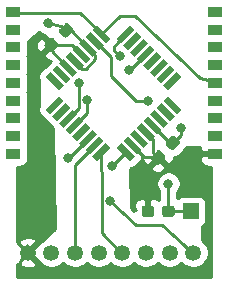
<source format=gtl>
%TF.GenerationSoftware,KiCad,Pcbnew,(5.1.5)-3*%
%TF.CreationDate,2020-01-27T22:23:03+01:00*%
%TF.ProjectId,HM-LC-Sw1-Pl-DN-R1_OBII,484d2d4c-432d-4537-9731-2d506c2d444e,rev?*%
%TF.SameCoordinates,Original*%
%TF.FileFunction,Copper,L1,Top*%
%TF.FilePolarity,Positive*%
%FSLAX46Y46*%
G04 Gerber Fmt 4.6, Leading zero omitted, Abs format (unit mm)*
G04 Created by KiCad (PCBNEW (5.1.5)-3) date 2020-01-27 22:23:03*
%MOMM*%
%LPD*%
G04 APERTURE LIST*
%ADD10R,1.350000X1.350000*%
%ADD11C,1.350000*%
%ADD12C,0.150000*%
%ADD13R,1.300000X0.900000*%
%ADD14C,0.800000*%
%ADD15C,0.250000*%
%ADD16C,0.254000*%
G04 APERTURE END LIST*
D10*
X155500000Y-97750000D03*
D11*
X155700000Y-101250000D03*
X141700000Y-101250000D03*
X143700000Y-101250000D03*
X145700000Y-101250000D03*
X147700000Y-101250000D03*
X149700000Y-101250000D03*
X151700000Y-101250000D03*
X153700000Y-101250000D03*
%TA.AperFunction,SMDPad,CuDef*%
D12*
G36*
X147164555Y-82393666D02*
G01*
X147553464Y-82004757D01*
X148684835Y-83136128D01*
X148295926Y-83525037D01*
X147164555Y-82393666D01*
G37*
%TD.AperFunction*%
%TA.AperFunction,SMDPad,CuDef*%
G36*
X146598870Y-82959352D02*
G01*
X146987779Y-82570443D01*
X148119150Y-83701814D01*
X147730241Y-84090723D01*
X146598870Y-82959352D01*
G37*
%TD.AperFunction*%
%TA.AperFunction,SMDPad,CuDef*%
G36*
X146033184Y-83525037D02*
G01*
X146422093Y-83136128D01*
X147553464Y-84267499D01*
X147164555Y-84656408D01*
X146033184Y-83525037D01*
G37*
%TD.AperFunction*%
%TA.AperFunction,SMDPad,CuDef*%
G36*
X145467499Y-84090722D02*
G01*
X145856408Y-83701813D01*
X146987779Y-84833184D01*
X146598870Y-85222093D01*
X145467499Y-84090722D01*
G37*
%TD.AperFunction*%
%TA.AperFunction,SMDPad,CuDef*%
G36*
X144901813Y-84656408D02*
G01*
X145290722Y-84267499D01*
X146422093Y-85398870D01*
X146033184Y-85787779D01*
X144901813Y-84656408D01*
G37*
%TD.AperFunction*%
%TA.AperFunction,SMDPad,CuDef*%
G36*
X144336128Y-85222093D02*
G01*
X144725037Y-84833184D01*
X145856408Y-85964555D01*
X145467499Y-86353464D01*
X144336128Y-85222093D01*
G37*
%TD.AperFunction*%
%TA.AperFunction,SMDPad,CuDef*%
G36*
X143770443Y-85787779D02*
G01*
X144159352Y-85398870D01*
X145290723Y-86530241D01*
X144901814Y-86919150D01*
X143770443Y-85787779D01*
G37*
%TD.AperFunction*%
%TA.AperFunction,SMDPad,CuDef*%
G36*
X143204757Y-86353464D02*
G01*
X143593666Y-85964555D01*
X144725037Y-87095926D01*
X144336128Y-87484835D01*
X143204757Y-86353464D01*
G37*
%TD.AperFunction*%
%TA.AperFunction,SMDPad,CuDef*%
G36*
X143593666Y-89535445D02*
G01*
X143204757Y-89146536D01*
X144336128Y-88015165D01*
X144725037Y-88404074D01*
X143593666Y-89535445D01*
G37*
%TD.AperFunction*%
%TA.AperFunction,SMDPad,CuDef*%
G36*
X144159352Y-90101130D02*
G01*
X143770443Y-89712221D01*
X144901814Y-88580850D01*
X145290723Y-88969759D01*
X144159352Y-90101130D01*
G37*
%TD.AperFunction*%
%TA.AperFunction,SMDPad,CuDef*%
G36*
X144725037Y-90666816D02*
G01*
X144336128Y-90277907D01*
X145467499Y-89146536D01*
X145856408Y-89535445D01*
X144725037Y-90666816D01*
G37*
%TD.AperFunction*%
%TA.AperFunction,SMDPad,CuDef*%
G36*
X145290722Y-91232501D02*
G01*
X144901813Y-90843592D01*
X146033184Y-89712221D01*
X146422093Y-90101130D01*
X145290722Y-91232501D01*
G37*
%TD.AperFunction*%
%TA.AperFunction,SMDPad,CuDef*%
G36*
X145856408Y-91798187D02*
G01*
X145467499Y-91409278D01*
X146598870Y-90277907D01*
X146987779Y-90666816D01*
X145856408Y-91798187D01*
G37*
%TD.AperFunction*%
%TA.AperFunction,SMDPad,CuDef*%
G36*
X146422093Y-92363872D02*
G01*
X146033184Y-91974963D01*
X147164555Y-90843592D01*
X147553464Y-91232501D01*
X146422093Y-92363872D01*
G37*
%TD.AperFunction*%
%TA.AperFunction,SMDPad,CuDef*%
G36*
X146987779Y-92929557D02*
G01*
X146598870Y-92540648D01*
X147730241Y-91409277D01*
X148119150Y-91798186D01*
X146987779Y-92929557D01*
G37*
%TD.AperFunction*%
%TA.AperFunction,SMDPad,CuDef*%
G36*
X147553464Y-93495243D02*
G01*
X147164555Y-93106334D01*
X148295926Y-91974963D01*
X148684835Y-92363872D01*
X147553464Y-93495243D01*
G37*
%TD.AperFunction*%
%TA.AperFunction,SMDPad,CuDef*%
G36*
X149215165Y-92363872D02*
G01*
X149604074Y-91974963D01*
X150735445Y-93106334D01*
X150346536Y-93495243D01*
X149215165Y-92363872D01*
G37*
%TD.AperFunction*%
%TA.AperFunction,SMDPad,CuDef*%
G36*
X149780850Y-91798186D02*
G01*
X150169759Y-91409277D01*
X151301130Y-92540648D01*
X150912221Y-92929557D01*
X149780850Y-91798186D01*
G37*
%TD.AperFunction*%
%TA.AperFunction,SMDPad,CuDef*%
G36*
X150346536Y-91232501D02*
G01*
X150735445Y-90843592D01*
X151866816Y-91974963D01*
X151477907Y-92363872D01*
X150346536Y-91232501D01*
G37*
%TD.AperFunction*%
%TA.AperFunction,SMDPad,CuDef*%
G36*
X150912221Y-90666816D02*
G01*
X151301130Y-90277907D01*
X152432501Y-91409278D01*
X152043592Y-91798187D01*
X150912221Y-90666816D01*
G37*
%TD.AperFunction*%
%TA.AperFunction,SMDPad,CuDef*%
G36*
X151477907Y-90101130D02*
G01*
X151866816Y-89712221D01*
X152998187Y-90843592D01*
X152609278Y-91232501D01*
X151477907Y-90101130D01*
G37*
%TD.AperFunction*%
%TA.AperFunction,SMDPad,CuDef*%
G36*
X152043592Y-89535445D02*
G01*
X152432501Y-89146536D01*
X153563872Y-90277907D01*
X153174963Y-90666816D01*
X152043592Y-89535445D01*
G37*
%TD.AperFunction*%
%TA.AperFunction,SMDPad,CuDef*%
G36*
X152609277Y-88969759D02*
G01*
X152998186Y-88580850D01*
X154129557Y-89712221D01*
X153740648Y-90101130D01*
X152609277Y-88969759D01*
G37*
%TD.AperFunction*%
%TA.AperFunction,SMDPad,CuDef*%
G36*
X153174963Y-88404074D02*
G01*
X153563872Y-88015165D01*
X154695243Y-89146536D01*
X154306334Y-89535445D01*
X153174963Y-88404074D01*
G37*
%TD.AperFunction*%
%TA.AperFunction,SMDPad,CuDef*%
G36*
X153563872Y-87484835D02*
G01*
X153174963Y-87095926D01*
X154306334Y-85964555D01*
X154695243Y-86353464D01*
X153563872Y-87484835D01*
G37*
%TD.AperFunction*%
%TA.AperFunction,SMDPad,CuDef*%
G36*
X152998186Y-86919150D02*
G01*
X152609277Y-86530241D01*
X153740648Y-85398870D01*
X154129557Y-85787779D01*
X152998186Y-86919150D01*
G37*
%TD.AperFunction*%
%TA.AperFunction,SMDPad,CuDef*%
G36*
X152432501Y-86353464D02*
G01*
X152043592Y-85964555D01*
X153174963Y-84833184D01*
X153563872Y-85222093D01*
X152432501Y-86353464D01*
G37*
%TD.AperFunction*%
%TA.AperFunction,SMDPad,CuDef*%
G36*
X151866816Y-85787779D02*
G01*
X151477907Y-85398870D01*
X152609278Y-84267499D01*
X152998187Y-84656408D01*
X151866816Y-85787779D01*
G37*
%TD.AperFunction*%
%TA.AperFunction,SMDPad,CuDef*%
G36*
X151301130Y-85222093D02*
G01*
X150912221Y-84833184D01*
X152043592Y-83701813D01*
X152432501Y-84090722D01*
X151301130Y-85222093D01*
G37*
%TD.AperFunction*%
%TA.AperFunction,SMDPad,CuDef*%
G36*
X150735445Y-84656408D02*
G01*
X150346536Y-84267499D01*
X151477907Y-83136128D01*
X151866816Y-83525037D01*
X150735445Y-84656408D01*
G37*
%TD.AperFunction*%
%TA.AperFunction,SMDPad,CuDef*%
G36*
X150169759Y-84090723D02*
G01*
X149780850Y-83701814D01*
X150912221Y-82570443D01*
X151301130Y-82959352D01*
X150169759Y-84090723D01*
G37*
%TD.AperFunction*%
%TA.AperFunction,SMDPad,CuDef*%
G36*
X149604074Y-83525037D02*
G01*
X149215165Y-83136128D01*
X150346536Y-82004757D01*
X150735445Y-82393666D01*
X149604074Y-83525037D01*
G37*
%TD.AperFunction*%
%TA.AperFunction,SMDPad,CuDef*%
G36*
X145002352Y-81823695D02*
G01*
X145025407Y-81827114D01*
X145048016Y-81832778D01*
X145069960Y-81840630D01*
X145091030Y-81850595D01*
X145111021Y-81862577D01*
X145129741Y-81876461D01*
X145147011Y-81892113D01*
X145482887Y-82227989D01*
X145498539Y-82245259D01*
X145512423Y-82263979D01*
X145524405Y-82283970D01*
X145534370Y-82305040D01*
X145542222Y-82326984D01*
X145547886Y-82349593D01*
X145551305Y-82372648D01*
X145552449Y-82395927D01*
X145551305Y-82419206D01*
X145547886Y-82442261D01*
X145542222Y-82464870D01*
X145534370Y-82486814D01*
X145524405Y-82507884D01*
X145512423Y-82527875D01*
X145498539Y-82546595D01*
X145482887Y-82563865D01*
X145076301Y-82970451D01*
X145059031Y-82986103D01*
X145040311Y-82999987D01*
X145020320Y-83011969D01*
X144999250Y-83021934D01*
X144977306Y-83029786D01*
X144954697Y-83035450D01*
X144931642Y-83038869D01*
X144908363Y-83040013D01*
X144885084Y-83038869D01*
X144862029Y-83035450D01*
X144839420Y-83029786D01*
X144817476Y-83021934D01*
X144796406Y-83011969D01*
X144776415Y-82999987D01*
X144757695Y-82986103D01*
X144740425Y-82970451D01*
X144404549Y-82634575D01*
X144388897Y-82617305D01*
X144375013Y-82598585D01*
X144363031Y-82578594D01*
X144353066Y-82557524D01*
X144345214Y-82535580D01*
X144339550Y-82512971D01*
X144336131Y-82489916D01*
X144334987Y-82466637D01*
X144336131Y-82443358D01*
X144339550Y-82420303D01*
X144345214Y-82397694D01*
X144353066Y-82375750D01*
X144363031Y-82354680D01*
X144375013Y-82334689D01*
X144388897Y-82315969D01*
X144404549Y-82298699D01*
X144811135Y-81892113D01*
X144828405Y-81876461D01*
X144847125Y-81862577D01*
X144867116Y-81850595D01*
X144888186Y-81840630D01*
X144910130Y-81832778D01*
X144932739Y-81827114D01*
X144955794Y-81823695D01*
X144979073Y-81822551D01*
X145002352Y-81823695D01*
G37*
%TD.AperFunction*%
%TA.AperFunction,SMDPad,CuDef*%
G36*
X143764916Y-83061131D02*
G01*
X143787971Y-83064550D01*
X143810580Y-83070214D01*
X143832524Y-83078066D01*
X143853594Y-83088031D01*
X143873585Y-83100013D01*
X143892305Y-83113897D01*
X143909575Y-83129549D01*
X144245451Y-83465425D01*
X144261103Y-83482695D01*
X144274987Y-83501415D01*
X144286969Y-83521406D01*
X144296934Y-83542476D01*
X144304786Y-83564420D01*
X144310450Y-83587029D01*
X144313869Y-83610084D01*
X144315013Y-83633363D01*
X144313869Y-83656642D01*
X144310450Y-83679697D01*
X144304786Y-83702306D01*
X144296934Y-83724250D01*
X144286969Y-83745320D01*
X144274987Y-83765311D01*
X144261103Y-83784031D01*
X144245451Y-83801301D01*
X143838865Y-84207887D01*
X143821595Y-84223539D01*
X143802875Y-84237423D01*
X143782884Y-84249405D01*
X143761814Y-84259370D01*
X143739870Y-84267222D01*
X143717261Y-84272886D01*
X143694206Y-84276305D01*
X143670927Y-84277449D01*
X143647648Y-84276305D01*
X143624593Y-84272886D01*
X143601984Y-84267222D01*
X143580040Y-84259370D01*
X143558970Y-84249405D01*
X143538979Y-84237423D01*
X143520259Y-84223539D01*
X143502989Y-84207887D01*
X143167113Y-83872011D01*
X143151461Y-83854741D01*
X143137577Y-83836021D01*
X143125595Y-83816030D01*
X143115630Y-83794960D01*
X143107778Y-83773016D01*
X143102114Y-83750407D01*
X143098695Y-83727352D01*
X143097551Y-83704073D01*
X143098695Y-83680794D01*
X143102114Y-83657739D01*
X143107778Y-83635130D01*
X143115630Y-83613186D01*
X143125595Y-83592116D01*
X143137577Y-83572125D01*
X143151461Y-83553405D01*
X143167113Y-83536135D01*
X143573699Y-83129549D01*
X143590969Y-83113897D01*
X143609689Y-83100013D01*
X143629680Y-83088031D01*
X143650750Y-83078066D01*
X143672694Y-83070214D01*
X143695303Y-83064550D01*
X143718358Y-83061131D01*
X143741637Y-83059987D01*
X143764916Y-83061131D01*
G37*
%TD.AperFunction*%
%TA.AperFunction,SMDPad,CuDef*%
G36*
X152789916Y-92586131D02*
G01*
X152812971Y-92589550D01*
X152835580Y-92595214D01*
X152857524Y-92603066D01*
X152878594Y-92613031D01*
X152898585Y-92625013D01*
X152917305Y-92638897D01*
X152934575Y-92654549D01*
X153270451Y-92990425D01*
X153286103Y-93007695D01*
X153299987Y-93026415D01*
X153311969Y-93046406D01*
X153321934Y-93067476D01*
X153329786Y-93089420D01*
X153335450Y-93112029D01*
X153338869Y-93135084D01*
X153340013Y-93158363D01*
X153338869Y-93181642D01*
X153335450Y-93204697D01*
X153329786Y-93227306D01*
X153321934Y-93249250D01*
X153311969Y-93270320D01*
X153299987Y-93290311D01*
X153286103Y-93309031D01*
X153270451Y-93326301D01*
X152863865Y-93732887D01*
X152846595Y-93748539D01*
X152827875Y-93762423D01*
X152807884Y-93774405D01*
X152786814Y-93784370D01*
X152764870Y-93792222D01*
X152742261Y-93797886D01*
X152719206Y-93801305D01*
X152695927Y-93802449D01*
X152672648Y-93801305D01*
X152649593Y-93797886D01*
X152626984Y-93792222D01*
X152605040Y-93784370D01*
X152583970Y-93774405D01*
X152563979Y-93762423D01*
X152545259Y-93748539D01*
X152527989Y-93732887D01*
X152192113Y-93397011D01*
X152176461Y-93379741D01*
X152162577Y-93361021D01*
X152150595Y-93341030D01*
X152140630Y-93319960D01*
X152132778Y-93298016D01*
X152127114Y-93275407D01*
X152123695Y-93252352D01*
X152122551Y-93229073D01*
X152123695Y-93205794D01*
X152127114Y-93182739D01*
X152132778Y-93160130D01*
X152140630Y-93138186D01*
X152150595Y-93117116D01*
X152162577Y-93097125D01*
X152176461Y-93078405D01*
X152192113Y-93061135D01*
X152598699Y-92654549D01*
X152615969Y-92638897D01*
X152634689Y-92625013D01*
X152654680Y-92613031D01*
X152675750Y-92603066D01*
X152697694Y-92595214D01*
X152720303Y-92589550D01*
X152743358Y-92586131D01*
X152766637Y-92584987D01*
X152789916Y-92586131D01*
G37*
%TD.AperFunction*%
%TA.AperFunction,SMDPad,CuDef*%
G36*
X154027352Y-91348695D02*
G01*
X154050407Y-91352114D01*
X154073016Y-91357778D01*
X154094960Y-91365630D01*
X154116030Y-91375595D01*
X154136021Y-91387577D01*
X154154741Y-91401461D01*
X154172011Y-91417113D01*
X154507887Y-91752989D01*
X154523539Y-91770259D01*
X154537423Y-91788979D01*
X154549405Y-91808970D01*
X154559370Y-91830040D01*
X154567222Y-91851984D01*
X154572886Y-91874593D01*
X154576305Y-91897648D01*
X154577449Y-91920927D01*
X154576305Y-91944206D01*
X154572886Y-91967261D01*
X154567222Y-91989870D01*
X154559370Y-92011814D01*
X154549405Y-92032884D01*
X154537423Y-92052875D01*
X154523539Y-92071595D01*
X154507887Y-92088865D01*
X154101301Y-92495451D01*
X154084031Y-92511103D01*
X154065311Y-92524987D01*
X154045320Y-92536969D01*
X154024250Y-92546934D01*
X154002306Y-92554786D01*
X153979697Y-92560450D01*
X153956642Y-92563869D01*
X153933363Y-92565013D01*
X153910084Y-92563869D01*
X153887029Y-92560450D01*
X153864420Y-92554786D01*
X153842476Y-92546934D01*
X153821406Y-92536969D01*
X153801415Y-92524987D01*
X153782695Y-92511103D01*
X153765425Y-92495451D01*
X153429549Y-92159575D01*
X153413897Y-92142305D01*
X153400013Y-92123585D01*
X153388031Y-92103594D01*
X153378066Y-92082524D01*
X153370214Y-92060580D01*
X153364550Y-92037971D01*
X153361131Y-92014916D01*
X153359987Y-91991637D01*
X153361131Y-91968358D01*
X153364550Y-91945303D01*
X153370214Y-91922694D01*
X153378066Y-91900750D01*
X153388031Y-91879680D01*
X153400013Y-91859689D01*
X153413897Y-91840969D01*
X153429549Y-91823699D01*
X153836135Y-91417113D01*
X153853405Y-91401461D01*
X153872125Y-91387577D01*
X153892116Y-91375595D01*
X153913186Y-91365630D01*
X153935130Y-91357778D01*
X153957739Y-91352114D01*
X153980794Y-91348695D01*
X154004073Y-91347551D01*
X154027352Y-91348695D01*
G37*
%TD.AperFunction*%
%TA.AperFunction,SMDPad,CuDef*%
G36*
X152160779Y-97276144D02*
G01*
X152183834Y-97279563D01*
X152206443Y-97285227D01*
X152228387Y-97293079D01*
X152249457Y-97303044D01*
X152269448Y-97315026D01*
X152288168Y-97328910D01*
X152305438Y-97344562D01*
X152321090Y-97361832D01*
X152334974Y-97380552D01*
X152346956Y-97400543D01*
X152356921Y-97421613D01*
X152364773Y-97443557D01*
X152370437Y-97466166D01*
X152373856Y-97489221D01*
X152375000Y-97512500D01*
X152375000Y-97987500D01*
X152373856Y-98010779D01*
X152370437Y-98033834D01*
X152364773Y-98056443D01*
X152356921Y-98078387D01*
X152346956Y-98099457D01*
X152334974Y-98119448D01*
X152321090Y-98138168D01*
X152305438Y-98155438D01*
X152288168Y-98171090D01*
X152269448Y-98184974D01*
X152249457Y-98196956D01*
X152228387Y-98206921D01*
X152206443Y-98214773D01*
X152183834Y-98220437D01*
X152160779Y-98223856D01*
X152137500Y-98225000D01*
X151562500Y-98225000D01*
X151539221Y-98223856D01*
X151516166Y-98220437D01*
X151493557Y-98214773D01*
X151471613Y-98206921D01*
X151450543Y-98196956D01*
X151430552Y-98184974D01*
X151411832Y-98171090D01*
X151394562Y-98155438D01*
X151378910Y-98138168D01*
X151365026Y-98119448D01*
X151353044Y-98099457D01*
X151343079Y-98078387D01*
X151335227Y-98056443D01*
X151329563Y-98033834D01*
X151326144Y-98010779D01*
X151325000Y-97987500D01*
X151325000Y-97512500D01*
X151326144Y-97489221D01*
X151329563Y-97466166D01*
X151335227Y-97443557D01*
X151343079Y-97421613D01*
X151353044Y-97400543D01*
X151365026Y-97380552D01*
X151378910Y-97361832D01*
X151394562Y-97344562D01*
X151411832Y-97328910D01*
X151430552Y-97315026D01*
X151450543Y-97303044D01*
X151471613Y-97293079D01*
X151493557Y-97285227D01*
X151516166Y-97279563D01*
X151539221Y-97276144D01*
X151562500Y-97275000D01*
X152137500Y-97275000D01*
X152160779Y-97276144D01*
G37*
%TD.AperFunction*%
%TA.AperFunction,SMDPad,CuDef*%
G36*
X153910779Y-97276144D02*
G01*
X153933834Y-97279563D01*
X153956443Y-97285227D01*
X153978387Y-97293079D01*
X153999457Y-97303044D01*
X154019448Y-97315026D01*
X154038168Y-97328910D01*
X154055438Y-97344562D01*
X154071090Y-97361832D01*
X154084974Y-97380552D01*
X154096956Y-97400543D01*
X154106921Y-97421613D01*
X154114773Y-97443557D01*
X154120437Y-97466166D01*
X154123856Y-97489221D01*
X154125000Y-97512500D01*
X154125000Y-97987500D01*
X154123856Y-98010779D01*
X154120437Y-98033834D01*
X154114773Y-98056443D01*
X154106921Y-98078387D01*
X154096956Y-98099457D01*
X154084974Y-98119448D01*
X154071090Y-98138168D01*
X154055438Y-98155438D01*
X154038168Y-98171090D01*
X154019448Y-98184974D01*
X153999457Y-98196956D01*
X153978387Y-98206921D01*
X153956443Y-98214773D01*
X153933834Y-98220437D01*
X153910779Y-98223856D01*
X153887500Y-98225000D01*
X153312500Y-98225000D01*
X153289221Y-98223856D01*
X153266166Y-98220437D01*
X153243557Y-98214773D01*
X153221613Y-98206921D01*
X153200543Y-98196956D01*
X153180552Y-98184974D01*
X153161832Y-98171090D01*
X153144562Y-98155438D01*
X153128910Y-98138168D01*
X153115026Y-98119448D01*
X153103044Y-98099457D01*
X153093079Y-98078387D01*
X153085227Y-98056443D01*
X153079563Y-98033834D01*
X153076144Y-98010779D01*
X153075000Y-97987500D01*
X153075000Y-97512500D01*
X153076144Y-97489221D01*
X153079563Y-97466166D01*
X153085227Y-97443557D01*
X153093079Y-97421613D01*
X153103044Y-97400543D01*
X153115026Y-97380552D01*
X153128910Y-97361832D01*
X153144562Y-97344562D01*
X153161832Y-97328910D01*
X153180552Y-97315026D01*
X153200543Y-97303044D01*
X153221613Y-97293079D01*
X153243557Y-97285227D01*
X153266166Y-97279563D01*
X153289221Y-97276144D01*
X153312500Y-97275000D01*
X153887500Y-97275000D01*
X153910779Y-97276144D01*
G37*
%TD.AperFunction*%
D13*
X157545000Y-92875000D03*
X157545000Y-91375000D03*
X157545000Y-89875000D03*
X157545000Y-88375000D03*
X157545000Y-86875000D03*
X157545000Y-85375000D03*
X157545000Y-83875000D03*
X157545000Y-82375000D03*
X157545000Y-80875000D03*
X140465000Y-92875000D03*
X140465000Y-91375000D03*
X140465000Y-89875000D03*
X140465000Y-88375000D03*
X140455000Y-86875000D03*
X140455000Y-85375000D03*
X140455000Y-83875000D03*
X140455000Y-82375000D03*
X140465000Y-80875000D03*
D14*
X148700000Y-96850000D03*
X145100000Y-93250000D03*
X148800000Y-93900000D03*
X149500000Y-84600000D03*
X143425000Y-81850000D03*
X154650000Y-90700000D03*
X153600000Y-95400000D03*
X150300000Y-85750000D03*
X146700000Y-88350000D03*
X151900000Y-88400000D03*
X146000000Y-86900000D03*
D15*
X148700000Y-96850000D02*
X148700000Y-96850000D01*
X145147056Y-93250000D02*
X146793324Y-91603732D01*
X145100000Y-93250000D02*
X145147056Y-93250000D01*
X150850000Y-98900000D02*
X148700000Y-96850000D01*
X153100000Y-98900000D02*
X150850000Y-98900000D01*
X154924991Y-100575001D02*
X153100000Y-98900000D01*
X154925001Y-100575001D02*
X154924991Y-100575001D01*
X155600000Y-101250000D02*
X154925001Y-100575001D01*
X155700000Y-101250000D02*
X155600000Y-101250000D01*
X145700000Y-100050000D02*
X145700000Y-101250000D01*
X147359010Y-92169417D02*
X145700000Y-93800000D01*
X145700000Y-93800000D02*
X145700000Y-100050000D01*
X147950000Y-96000000D02*
X147924695Y-92735103D01*
X147950000Y-98800000D02*
X147950000Y-98550000D01*
X147950000Y-98550000D02*
X147950000Y-96000000D01*
X147950000Y-99600000D02*
X147950000Y-98550000D01*
X149600000Y-101250000D02*
X147950000Y-99600000D01*
X149700000Y-101250000D02*
X149600000Y-101250000D01*
X149975305Y-92735103D02*
X149710141Y-93000267D01*
X149710141Y-93000267D02*
X149699733Y-93000267D01*
X148810408Y-93900000D02*
X149975305Y-92735103D01*
X148800000Y-93900000D02*
X148810408Y-93900000D01*
X149338910Y-83401292D02*
X149975305Y-82764897D01*
X149000000Y-83800000D02*
X149338910Y-83401292D01*
X149500000Y-84600000D02*
X149000000Y-84150000D01*
X149000000Y-84150000D02*
X149000000Y-83800000D01*
X145328338Y-82431282D02*
X146793324Y-83896268D01*
X144943718Y-82431282D02*
X145328338Y-82431282D01*
X147429719Y-84532663D02*
X146793324Y-83896268D01*
X147429719Y-84850879D02*
X147429719Y-84532663D01*
X146616564Y-85664034D02*
X147429719Y-84850879D01*
X146298348Y-85664034D02*
X146616564Y-85664034D01*
X145661953Y-85027639D02*
X146298348Y-85664034D01*
X144537132Y-82024696D02*
X143425000Y-81850000D01*
X144943718Y-82431282D02*
X144537132Y-82024696D01*
X143599696Y-82024696D02*
X143425000Y-81850000D01*
X143425000Y-81850000D02*
X143599696Y-82024696D01*
X154650000Y-91275000D02*
X153968718Y-91956282D01*
X154650000Y-90700000D02*
X154650000Y-91275000D01*
X153721968Y-91956282D02*
X152238047Y-90472361D01*
X153968718Y-91956282D02*
X153721968Y-91956282D01*
X143875000Y-100975000D02*
X143600000Y-101250000D01*
X145434404Y-83668718D02*
X143706282Y-83668718D01*
X146227639Y-84461953D02*
X145434404Y-83668718D01*
X143706282Y-84203338D02*
X143706282Y-83668718D01*
X145096268Y-85593324D02*
X143706282Y-84203338D01*
X152308756Y-91674442D02*
X151672361Y-91038047D01*
X152324696Y-91690382D02*
X152308756Y-91674442D01*
X152324696Y-92787132D02*
X152324696Y-91690382D01*
X152731282Y-93193718D02*
X152324696Y-92787132D01*
X151565291Y-93193718D02*
X150540990Y-92169417D01*
X152731282Y-93193718D02*
X151565291Y-93193718D01*
X141600000Y-101250000D02*
X141600000Y-100600000D01*
X141025001Y-101924999D02*
X141025001Y-102274999D01*
X141025001Y-101924999D02*
X141700000Y-101250000D01*
X140800000Y-100350000D02*
X141700000Y-101250000D01*
X141700000Y-101250000D02*
X141025001Y-100574999D01*
X153600000Y-97750000D02*
X155950000Y-97750000D01*
X153600000Y-97750000D02*
X153600000Y-97175000D01*
X153600000Y-97175000D02*
X153600000Y-95400000D01*
X153600000Y-95400000D02*
X153600000Y-95400000D01*
X150384314Y-85750000D02*
X151672361Y-84461953D01*
X150300000Y-85750000D02*
X150384314Y-85750000D01*
X145661953Y-90472361D02*
X146700000Y-89434314D01*
X146700000Y-89434314D02*
X146700000Y-88350000D01*
X146700000Y-88350000D02*
X146700000Y-88350000D01*
X140400010Y-80975000D02*
X140525000Y-80975000D01*
X146100000Y-80975000D02*
X140400010Y-80975000D01*
X147924695Y-82764897D02*
X147550000Y-82350000D01*
X147550000Y-82350000D02*
X146100000Y-80975000D01*
X149500000Y-81200000D02*
X150750000Y-81200000D01*
X147924695Y-82764897D02*
X149500000Y-81200000D01*
X150750000Y-81200000D02*
X156300000Y-86500000D01*
X156300000Y-86500000D02*
X157945000Y-86875000D01*
X150850000Y-88400000D02*
X150850000Y-88400000D01*
X150850000Y-88400000D02*
X151900000Y-88400000D01*
X148750000Y-86300000D02*
X150850000Y-88400000D01*
X147359010Y-83330583D02*
X148750000Y-84700000D01*
X148750000Y-84700000D02*
X148750000Y-86300000D01*
X146000000Y-87350000D02*
X146000000Y-87350000D01*
X146000000Y-89002944D02*
X145096268Y-89906676D01*
X146000000Y-86900000D02*
X146000000Y-89002944D01*
D16*
G36*
X142765226Y-82653937D02*
G01*
X142934744Y-82767205D01*
X143123102Y-82845226D01*
X143123449Y-82845295D01*
X143123449Y-82906280D01*
X143706282Y-83489113D01*
X143720425Y-83474971D01*
X143900030Y-83654576D01*
X143885887Y-83668718D01*
X143900030Y-83682861D01*
X143720425Y-83862466D01*
X143706282Y-83848323D01*
X143088094Y-84466511D01*
X143088094Y-84691018D01*
X143219742Y-84827010D01*
X143316433Y-84906363D01*
X143426747Y-84965327D01*
X143546445Y-85001636D01*
X143644553Y-85011299D01*
X143319258Y-85336594D01*
X143239906Y-85433285D01*
X143239651Y-85433762D01*
X143239172Y-85434018D01*
X143142481Y-85513370D01*
X142753572Y-85902279D01*
X142674220Y-85998970D01*
X142615255Y-86109284D01*
X142578945Y-86228982D01*
X142566685Y-86353464D01*
X142578945Y-86477946D01*
X142615255Y-86597644D01*
X142626342Y-86618386D01*
X142669974Y-88799986D01*
X142615255Y-88902356D01*
X142578945Y-89022054D01*
X142566685Y-89146536D01*
X142578945Y-89271018D01*
X142615255Y-89390716D01*
X142674220Y-89501030D01*
X142753572Y-89597721D01*
X143142481Y-89986630D01*
X143239172Y-90065982D01*
X143239651Y-90066238D01*
X143239906Y-90066715D01*
X143319258Y-90163406D01*
X143708167Y-90552315D01*
X143776110Y-90608074D01*
X143873718Y-90742285D01*
X144022013Y-99244532D01*
X143096208Y-100082165D01*
X143079482Y-100089093D01*
X142864923Y-100232456D01*
X142682456Y-100414923D01*
X142607441Y-100527191D01*
X142603400Y-100526205D01*
X141879605Y-101250000D01*
X142603400Y-101973795D01*
X142607441Y-101972809D01*
X142682456Y-102085077D01*
X142864923Y-102267544D01*
X143079482Y-102410907D01*
X143317887Y-102509658D01*
X143570976Y-102560000D01*
X143829024Y-102560000D01*
X144082113Y-102509658D01*
X144320518Y-102410907D01*
X144535077Y-102267544D01*
X144700000Y-102102621D01*
X144864923Y-102267544D01*
X145079482Y-102410907D01*
X145317887Y-102509658D01*
X145570976Y-102560000D01*
X145829024Y-102560000D01*
X146082113Y-102509658D01*
X146320518Y-102410907D01*
X146535077Y-102267544D01*
X146700000Y-102102621D01*
X146864923Y-102267544D01*
X147079482Y-102410907D01*
X147317887Y-102509658D01*
X147570976Y-102560000D01*
X147829024Y-102560000D01*
X148082113Y-102509658D01*
X148320518Y-102410907D01*
X148535077Y-102267544D01*
X148700000Y-102102621D01*
X148864923Y-102267544D01*
X149079482Y-102410907D01*
X149317887Y-102509658D01*
X149570976Y-102560000D01*
X149829024Y-102560000D01*
X150082113Y-102509658D01*
X150320518Y-102410907D01*
X150535077Y-102267544D01*
X150700000Y-102102621D01*
X150864923Y-102267544D01*
X151079482Y-102410907D01*
X151317887Y-102509658D01*
X151570976Y-102560000D01*
X151829024Y-102560000D01*
X152082113Y-102509658D01*
X152320518Y-102410907D01*
X152535077Y-102267544D01*
X152700000Y-102102621D01*
X152864923Y-102267544D01*
X153079482Y-102410907D01*
X153317887Y-102509658D01*
X153570976Y-102560000D01*
X153829024Y-102560000D01*
X154082113Y-102509658D01*
X154320518Y-102410907D01*
X154535077Y-102267544D01*
X154700000Y-102102621D01*
X154864923Y-102267544D01*
X155079482Y-102410907D01*
X155317887Y-102509658D01*
X155570976Y-102560000D01*
X155829024Y-102560000D01*
X156082113Y-102509658D01*
X156320518Y-102410907D01*
X156535077Y-102267544D01*
X156717544Y-102085077D01*
X156860907Y-101870518D01*
X156959658Y-101632113D01*
X157010000Y-101379024D01*
X157010000Y-101120976D01*
X156959658Y-100867887D01*
X156860907Y-100629482D01*
X156717544Y-100414923D01*
X156535077Y-100232456D01*
X156477000Y-100193650D01*
X156477000Y-99000000D01*
X156475557Y-98984367D01*
X156529494Y-98955537D01*
X156626185Y-98876185D01*
X156705537Y-98779494D01*
X156764502Y-98669180D01*
X156800812Y-98549482D01*
X156813072Y-98425000D01*
X156813072Y-97075000D01*
X156800812Y-96950518D01*
X156764502Y-96830820D01*
X156705537Y-96720506D01*
X156626185Y-96623815D01*
X156529494Y-96544463D01*
X156419180Y-96485498D01*
X156299482Y-96449188D01*
X156175000Y-96436928D01*
X154825000Y-96436928D01*
X154700518Y-96449188D01*
X154580820Y-96485498D01*
X154470506Y-96544463D01*
X154373815Y-96623815D01*
X154360000Y-96640649D01*
X154360000Y-96103711D01*
X154403937Y-96059774D01*
X154517205Y-95890256D01*
X154595226Y-95701898D01*
X154635000Y-95501939D01*
X154635000Y-95298061D01*
X154595226Y-95098102D01*
X154517205Y-94909744D01*
X154403937Y-94740226D01*
X154259774Y-94596063D01*
X154090256Y-94482795D01*
X153901898Y-94404774D01*
X153701939Y-94365000D01*
X153498061Y-94365000D01*
X153298102Y-94404774D01*
X153109744Y-94482795D01*
X152940226Y-94596063D01*
X152796063Y-94740226D01*
X152682795Y-94909744D01*
X152604774Y-95098102D01*
X152565000Y-95298061D01*
X152565000Y-95501939D01*
X152604774Y-95701898D01*
X152682795Y-95890256D01*
X152796063Y-96059774D01*
X152840001Y-96103712D01*
X152840000Y-96777036D01*
X152826058Y-96784488D01*
X152802161Y-96804099D01*
X152729494Y-96744463D01*
X152619180Y-96685498D01*
X152499482Y-96649188D01*
X152375000Y-96636928D01*
X152135750Y-96640000D01*
X151977000Y-96798750D01*
X151977000Y-97623000D01*
X151997000Y-97623000D01*
X151997000Y-97877000D01*
X151977000Y-97877000D01*
X151977000Y-97897000D01*
X151723000Y-97897000D01*
X151723000Y-97877000D01*
X151703000Y-97877000D01*
X151703000Y-97623000D01*
X151723000Y-97623000D01*
X151723000Y-96798750D01*
X151564250Y-96640000D01*
X151325000Y-96636928D01*
X151200518Y-96649188D01*
X151080820Y-96685498D01*
X150970506Y-96744463D01*
X150873815Y-96823815D01*
X150794463Y-96920506D01*
X150735498Y-97030820D01*
X150699188Y-97150518D01*
X150686928Y-97275000D01*
X150690000Y-97464250D01*
X150848748Y-97622998D01*
X150690000Y-97622998D01*
X150690000Y-97697337D01*
X150421201Y-97441041D01*
X150379290Y-94130089D01*
X150471018Y-94121055D01*
X150590716Y-94084745D01*
X150701030Y-94025780D01*
X150742787Y-93991511D01*
X152113094Y-93991511D01*
X152113094Y-94216018D01*
X152244742Y-94352010D01*
X152341433Y-94431363D01*
X152451747Y-94490327D01*
X152571445Y-94526636D01*
X152695927Y-94538897D01*
X152820408Y-94526636D01*
X152940106Y-94490327D01*
X153050421Y-94431363D01*
X153147112Y-94352010D01*
X153314115Y-94180662D01*
X153314115Y-93956156D01*
X152731282Y-93373323D01*
X152113094Y-93991511D01*
X150742787Y-93991511D01*
X150797721Y-93946428D01*
X151186630Y-93557519D01*
X151265982Y-93460828D01*
X151266543Y-93459778D01*
X151353632Y-93386171D01*
X151353632Y-93255952D01*
X151361257Y-93230816D01*
X151366773Y-93174808D01*
X151389235Y-93197270D01*
X151386103Y-93229073D01*
X151398364Y-93353555D01*
X151434673Y-93473253D01*
X151493637Y-93583567D01*
X151572990Y-93680258D01*
X151708982Y-93811906D01*
X151933489Y-93811906D01*
X152551677Y-93193718D01*
X152537535Y-93179576D01*
X152717140Y-92999971D01*
X152731282Y-93014113D01*
X152745425Y-92999971D01*
X152925030Y-93179576D01*
X152910887Y-93193718D01*
X153493720Y-93776551D01*
X153718226Y-93776551D01*
X153889574Y-93609548D01*
X153968927Y-93512857D01*
X154027891Y-93402542D01*
X154064200Y-93282844D01*
X154073415Y-93189291D01*
X154104179Y-93186261D01*
X154268430Y-93136436D01*
X154419805Y-93055525D01*
X154552486Y-92946636D01*
X154959072Y-92540050D01*
X155067961Y-92407369D01*
X155110919Y-92327000D01*
X156266580Y-92327000D01*
X156256928Y-92425000D01*
X156260000Y-92589250D01*
X156418750Y-92748000D01*
X157190000Y-92748000D01*
X157190000Y-93002000D01*
X156418750Y-93002000D01*
X156260000Y-93160750D01*
X156256928Y-93325000D01*
X156269188Y-93449482D01*
X156305498Y-93569180D01*
X156364463Y-93679494D01*
X156443815Y-93776185D01*
X156540506Y-93855537D01*
X156650820Y-93914502D01*
X156770518Y-93950812D01*
X156895000Y-93963072D01*
X157190000Y-93960584D01*
X157190000Y-103290000D01*
X140810000Y-103290000D01*
X140810000Y-102220714D01*
X140859447Y-102270161D01*
X140976206Y-102153402D01*
X141032630Y-102384621D01*
X141266808Y-102493017D01*
X141517633Y-102553645D01*
X141775465Y-102564174D01*
X142030398Y-102524200D01*
X142272633Y-102435259D01*
X142367370Y-102384621D01*
X142423795Y-102153400D01*
X141700000Y-101429605D01*
X141685858Y-101443748D01*
X141506253Y-101264143D01*
X141520395Y-101250000D01*
X141506253Y-101235858D01*
X141685858Y-101056253D01*
X141700000Y-101070395D01*
X142423795Y-100346600D01*
X142367370Y-100115379D01*
X142133192Y-100006983D01*
X141882367Y-99946355D01*
X141624535Y-99935826D01*
X141369602Y-99975800D01*
X141127367Y-100064741D01*
X141032630Y-100115379D01*
X140976206Y-100346598D01*
X140859447Y-100229839D01*
X140810000Y-100279286D01*
X140810000Y-93963072D01*
X141115000Y-93963072D01*
X141239482Y-93950812D01*
X141359180Y-93914502D01*
X141469494Y-93855537D01*
X141566185Y-93776185D01*
X141645537Y-93679494D01*
X141704502Y-93569180D01*
X141740812Y-93449482D01*
X141753072Y-93325000D01*
X141753072Y-92425000D01*
X141740812Y-92300518D01*
X141704502Y-92180820D01*
X141674665Y-92125000D01*
X141704502Y-92069180D01*
X141740812Y-91949482D01*
X141753072Y-91825000D01*
X141753072Y-90925000D01*
X141740812Y-90800518D01*
X141704502Y-90680820D01*
X141674665Y-90625000D01*
X141704502Y-90569180D01*
X141740812Y-90449482D01*
X141753072Y-90325000D01*
X141753072Y-89425000D01*
X141740812Y-89300518D01*
X141704502Y-89180820D01*
X141674665Y-89125000D01*
X141704502Y-89069180D01*
X141740812Y-88949482D01*
X141753072Y-88825000D01*
X141753072Y-87925000D01*
X141740812Y-87800518D01*
X141704502Y-87680820D01*
X141669665Y-87615646D01*
X141694502Y-87569180D01*
X141730812Y-87449482D01*
X141743072Y-87325000D01*
X141743072Y-86425000D01*
X141730812Y-86300518D01*
X141694502Y-86180820D01*
X141664665Y-86125000D01*
X141694502Y-86069180D01*
X141730812Y-85949482D01*
X141743072Y-85825000D01*
X141743072Y-84925000D01*
X141730812Y-84800518D01*
X141694502Y-84680820D01*
X141664665Y-84625000D01*
X141694502Y-84569180D01*
X141730812Y-84449482D01*
X141743072Y-84325000D01*
X141743072Y-83704073D01*
X142361103Y-83704073D01*
X142373364Y-83828555D01*
X142409673Y-83948253D01*
X142468637Y-84058567D01*
X142547990Y-84155258D01*
X142683982Y-84286906D01*
X142908489Y-84286906D01*
X143526677Y-83668718D01*
X142943844Y-83085885D01*
X142719338Y-83085885D01*
X142547990Y-83252888D01*
X142468637Y-83349579D01*
X142409673Y-83459894D01*
X142373364Y-83579592D01*
X142361103Y-83704073D01*
X141743072Y-83704073D01*
X141743072Y-83425000D01*
X141732764Y-83320339D01*
X142656059Y-82544770D01*
X142765226Y-82653937D01*
G37*
X142765226Y-82653937D02*
X142934744Y-82767205D01*
X143123102Y-82845226D01*
X143123449Y-82845295D01*
X143123449Y-82906280D01*
X143706282Y-83489113D01*
X143720425Y-83474971D01*
X143900030Y-83654576D01*
X143885887Y-83668718D01*
X143900030Y-83682861D01*
X143720425Y-83862466D01*
X143706282Y-83848323D01*
X143088094Y-84466511D01*
X143088094Y-84691018D01*
X143219742Y-84827010D01*
X143316433Y-84906363D01*
X143426747Y-84965327D01*
X143546445Y-85001636D01*
X143644553Y-85011299D01*
X143319258Y-85336594D01*
X143239906Y-85433285D01*
X143239651Y-85433762D01*
X143239172Y-85434018D01*
X143142481Y-85513370D01*
X142753572Y-85902279D01*
X142674220Y-85998970D01*
X142615255Y-86109284D01*
X142578945Y-86228982D01*
X142566685Y-86353464D01*
X142578945Y-86477946D01*
X142615255Y-86597644D01*
X142626342Y-86618386D01*
X142669974Y-88799986D01*
X142615255Y-88902356D01*
X142578945Y-89022054D01*
X142566685Y-89146536D01*
X142578945Y-89271018D01*
X142615255Y-89390716D01*
X142674220Y-89501030D01*
X142753572Y-89597721D01*
X143142481Y-89986630D01*
X143239172Y-90065982D01*
X143239651Y-90066238D01*
X143239906Y-90066715D01*
X143319258Y-90163406D01*
X143708167Y-90552315D01*
X143776110Y-90608074D01*
X143873718Y-90742285D01*
X144022013Y-99244532D01*
X143096208Y-100082165D01*
X143079482Y-100089093D01*
X142864923Y-100232456D01*
X142682456Y-100414923D01*
X142607441Y-100527191D01*
X142603400Y-100526205D01*
X141879605Y-101250000D01*
X142603400Y-101973795D01*
X142607441Y-101972809D01*
X142682456Y-102085077D01*
X142864923Y-102267544D01*
X143079482Y-102410907D01*
X143317887Y-102509658D01*
X143570976Y-102560000D01*
X143829024Y-102560000D01*
X144082113Y-102509658D01*
X144320518Y-102410907D01*
X144535077Y-102267544D01*
X144700000Y-102102621D01*
X144864923Y-102267544D01*
X145079482Y-102410907D01*
X145317887Y-102509658D01*
X145570976Y-102560000D01*
X145829024Y-102560000D01*
X146082113Y-102509658D01*
X146320518Y-102410907D01*
X146535077Y-102267544D01*
X146700000Y-102102621D01*
X146864923Y-102267544D01*
X147079482Y-102410907D01*
X147317887Y-102509658D01*
X147570976Y-102560000D01*
X147829024Y-102560000D01*
X148082113Y-102509658D01*
X148320518Y-102410907D01*
X148535077Y-102267544D01*
X148700000Y-102102621D01*
X148864923Y-102267544D01*
X149079482Y-102410907D01*
X149317887Y-102509658D01*
X149570976Y-102560000D01*
X149829024Y-102560000D01*
X150082113Y-102509658D01*
X150320518Y-102410907D01*
X150535077Y-102267544D01*
X150700000Y-102102621D01*
X150864923Y-102267544D01*
X151079482Y-102410907D01*
X151317887Y-102509658D01*
X151570976Y-102560000D01*
X151829024Y-102560000D01*
X152082113Y-102509658D01*
X152320518Y-102410907D01*
X152535077Y-102267544D01*
X152700000Y-102102621D01*
X152864923Y-102267544D01*
X153079482Y-102410907D01*
X153317887Y-102509658D01*
X153570976Y-102560000D01*
X153829024Y-102560000D01*
X154082113Y-102509658D01*
X154320518Y-102410907D01*
X154535077Y-102267544D01*
X154700000Y-102102621D01*
X154864923Y-102267544D01*
X155079482Y-102410907D01*
X155317887Y-102509658D01*
X155570976Y-102560000D01*
X155829024Y-102560000D01*
X156082113Y-102509658D01*
X156320518Y-102410907D01*
X156535077Y-102267544D01*
X156717544Y-102085077D01*
X156860907Y-101870518D01*
X156959658Y-101632113D01*
X157010000Y-101379024D01*
X157010000Y-101120976D01*
X156959658Y-100867887D01*
X156860907Y-100629482D01*
X156717544Y-100414923D01*
X156535077Y-100232456D01*
X156477000Y-100193650D01*
X156477000Y-99000000D01*
X156475557Y-98984367D01*
X156529494Y-98955537D01*
X156626185Y-98876185D01*
X156705537Y-98779494D01*
X156764502Y-98669180D01*
X156800812Y-98549482D01*
X156813072Y-98425000D01*
X156813072Y-97075000D01*
X156800812Y-96950518D01*
X156764502Y-96830820D01*
X156705537Y-96720506D01*
X156626185Y-96623815D01*
X156529494Y-96544463D01*
X156419180Y-96485498D01*
X156299482Y-96449188D01*
X156175000Y-96436928D01*
X154825000Y-96436928D01*
X154700518Y-96449188D01*
X154580820Y-96485498D01*
X154470506Y-96544463D01*
X154373815Y-96623815D01*
X154360000Y-96640649D01*
X154360000Y-96103711D01*
X154403937Y-96059774D01*
X154517205Y-95890256D01*
X154595226Y-95701898D01*
X154635000Y-95501939D01*
X154635000Y-95298061D01*
X154595226Y-95098102D01*
X154517205Y-94909744D01*
X154403937Y-94740226D01*
X154259774Y-94596063D01*
X154090256Y-94482795D01*
X153901898Y-94404774D01*
X153701939Y-94365000D01*
X153498061Y-94365000D01*
X153298102Y-94404774D01*
X153109744Y-94482795D01*
X152940226Y-94596063D01*
X152796063Y-94740226D01*
X152682795Y-94909744D01*
X152604774Y-95098102D01*
X152565000Y-95298061D01*
X152565000Y-95501939D01*
X152604774Y-95701898D01*
X152682795Y-95890256D01*
X152796063Y-96059774D01*
X152840001Y-96103712D01*
X152840000Y-96777036D01*
X152826058Y-96784488D01*
X152802161Y-96804099D01*
X152729494Y-96744463D01*
X152619180Y-96685498D01*
X152499482Y-96649188D01*
X152375000Y-96636928D01*
X152135750Y-96640000D01*
X151977000Y-96798750D01*
X151977000Y-97623000D01*
X151997000Y-97623000D01*
X151997000Y-97877000D01*
X151977000Y-97877000D01*
X151977000Y-97897000D01*
X151723000Y-97897000D01*
X151723000Y-97877000D01*
X151703000Y-97877000D01*
X151703000Y-97623000D01*
X151723000Y-97623000D01*
X151723000Y-96798750D01*
X151564250Y-96640000D01*
X151325000Y-96636928D01*
X151200518Y-96649188D01*
X151080820Y-96685498D01*
X150970506Y-96744463D01*
X150873815Y-96823815D01*
X150794463Y-96920506D01*
X150735498Y-97030820D01*
X150699188Y-97150518D01*
X150686928Y-97275000D01*
X150690000Y-97464250D01*
X150848748Y-97622998D01*
X150690000Y-97622998D01*
X150690000Y-97697337D01*
X150421201Y-97441041D01*
X150379290Y-94130089D01*
X150471018Y-94121055D01*
X150590716Y-94084745D01*
X150701030Y-94025780D01*
X150742787Y-93991511D01*
X152113094Y-93991511D01*
X152113094Y-94216018D01*
X152244742Y-94352010D01*
X152341433Y-94431363D01*
X152451747Y-94490327D01*
X152571445Y-94526636D01*
X152695927Y-94538897D01*
X152820408Y-94526636D01*
X152940106Y-94490327D01*
X153050421Y-94431363D01*
X153147112Y-94352010D01*
X153314115Y-94180662D01*
X153314115Y-93956156D01*
X152731282Y-93373323D01*
X152113094Y-93991511D01*
X150742787Y-93991511D01*
X150797721Y-93946428D01*
X151186630Y-93557519D01*
X151265982Y-93460828D01*
X151266543Y-93459778D01*
X151353632Y-93386171D01*
X151353632Y-93255952D01*
X151361257Y-93230816D01*
X151366773Y-93174808D01*
X151389235Y-93197270D01*
X151386103Y-93229073D01*
X151398364Y-93353555D01*
X151434673Y-93473253D01*
X151493637Y-93583567D01*
X151572990Y-93680258D01*
X151708982Y-93811906D01*
X151933489Y-93811906D01*
X152551677Y-93193718D01*
X152537535Y-93179576D01*
X152717140Y-92999971D01*
X152731282Y-93014113D01*
X152745425Y-92999971D01*
X152925030Y-93179576D01*
X152910887Y-93193718D01*
X153493720Y-93776551D01*
X153718226Y-93776551D01*
X153889574Y-93609548D01*
X153968927Y-93512857D01*
X154027891Y-93402542D01*
X154064200Y-93282844D01*
X154073415Y-93189291D01*
X154104179Y-93186261D01*
X154268430Y-93136436D01*
X154419805Y-93055525D01*
X154552486Y-92946636D01*
X154959072Y-92540050D01*
X155067961Y-92407369D01*
X155110919Y-92327000D01*
X156266580Y-92327000D01*
X156256928Y-92425000D01*
X156260000Y-92589250D01*
X156418750Y-92748000D01*
X157190000Y-92748000D01*
X157190000Y-93002000D01*
X156418750Y-93002000D01*
X156260000Y-93160750D01*
X156256928Y-93325000D01*
X156269188Y-93449482D01*
X156305498Y-93569180D01*
X156364463Y-93679494D01*
X156443815Y-93776185D01*
X156540506Y-93855537D01*
X156650820Y-93914502D01*
X156770518Y-93950812D01*
X156895000Y-93963072D01*
X157190000Y-93960584D01*
X157190000Y-103290000D01*
X140810000Y-103290000D01*
X140810000Y-102220714D01*
X140859447Y-102270161D01*
X140976206Y-102153402D01*
X141032630Y-102384621D01*
X141266808Y-102493017D01*
X141517633Y-102553645D01*
X141775465Y-102564174D01*
X142030398Y-102524200D01*
X142272633Y-102435259D01*
X142367370Y-102384621D01*
X142423795Y-102153400D01*
X141700000Y-101429605D01*
X141685858Y-101443748D01*
X141506253Y-101264143D01*
X141520395Y-101250000D01*
X141506253Y-101235858D01*
X141685858Y-101056253D01*
X141700000Y-101070395D01*
X142423795Y-100346600D01*
X142367370Y-100115379D01*
X142133192Y-100006983D01*
X141882367Y-99946355D01*
X141624535Y-99935826D01*
X141369602Y-99975800D01*
X141127367Y-100064741D01*
X141032630Y-100115379D01*
X140976206Y-100346598D01*
X140859447Y-100229839D01*
X140810000Y-100279286D01*
X140810000Y-93963072D01*
X141115000Y-93963072D01*
X141239482Y-93950812D01*
X141359180Y-93914502D01*
X141469494Y-93855537D01*
X141566185Y-93776185D01*
X141645537Y-93679494D01*
X141704502Y-93569180D01*
X141740812Y-93449482D01*
X141753072Y-93325000D01*
X141753072Y-92425000D01*
X141740812Y-92300518D01*
X141704502Y-92180820D01*
X141674665Y-92125000D01*
X141704502Y-92069180D01*
X141740812Y-91949482D01*
X141753072Y-91825000D01*
X141753072Y-90925000D01*
X141740812Y-90800518D01*
X141704502Y-90680820D01*
X141674665Y-90625000D01*
X141704502Y-90569180D01*
X141740812Y-90449482D01*
X141753072Y-90325000D01*
X141753072Y-89425000D01*
X141740812Y-89300518D01*
X141704502Y-89180820D01*
X141674665Y-89125000D01*
X141704502Y-89069180D01*
X141740812Y-88949482D01*
X141753072Y-88825000D01*
X141753072Y-87925000D01*
X141740812Y-87800518D01*
X141704502Y-87680820D01*
X141669665Y-87615646D01*
X141694502Y-87569180D01*
X141730812Y-87449482D01*
X141743072Y-87325000D01*
X141743072Y-86425000D01*
X141730812Y-86300518D01*
X141694502Y-86180820D01*
X141664665Y-86125000D01*
X141694502Y-86069180D01*
X141730812Y-85949482D01*
X141743072Y-85825000D01*
X141743072Y-84925000D01*
X141730812Y-84800518D01*
X141694502Y-84680820D01*
X141664665Y-84625000D01*
X141694502Y-84569180D01*
X141730812Y-84449482D01*
X141743072Y-84325000D01*
X141743072Y-83704073D01*
X142361103Y-83704073D01*
X142373364Y-83828555D01*
X142409673Y-83948253D01*
X142468637Y-84058567D01*
X142547990Y-84155258D01*
X142683982Y-84286906D01*
X142908489Y-84286906D01*
X143526677Y-83668718D01*
X142943844Y-83085885D01*
X142719338Y-83085885D01*
X142547990Y-83252888D01*
X142468637Y-83349579D01*
X142409673Y-83459894D01*
X142373364Y-83579592D01*
X142361103Y-83704073D01*
X141743072Y-83704073D01*
X141743072Y-83425000D01*
X141732764Y-83320339D01*
X142656059Y-82544770D01*
X142765226Y-82653937D01*
M02*

</source>
